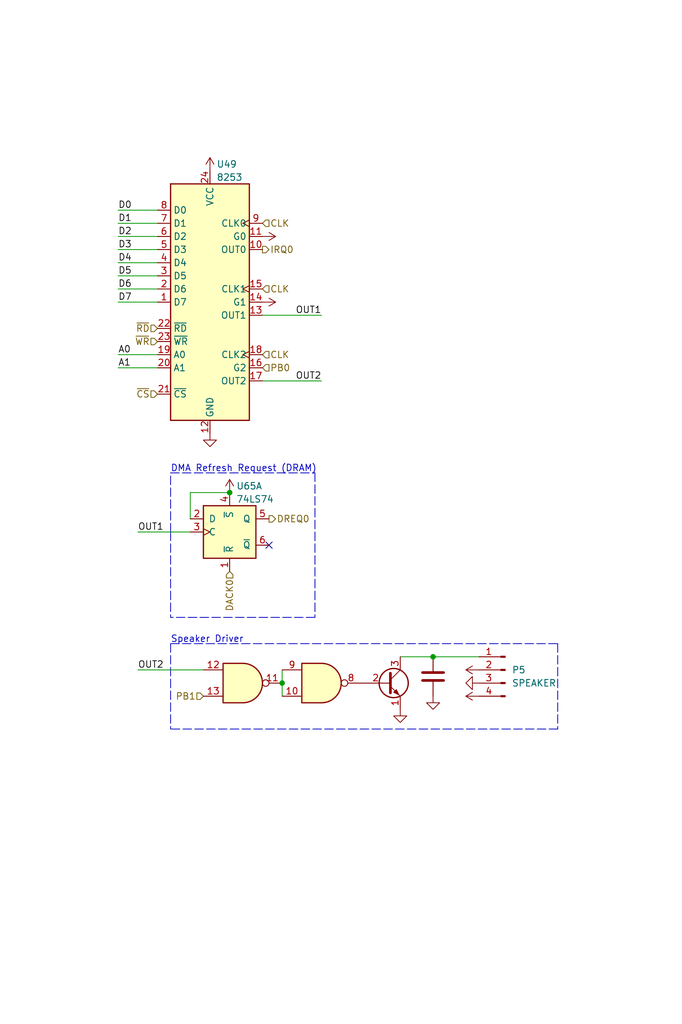
<source format=kicad_sch>
(kicad_sch (version 20211123) (generator eeschema)
  (paper "User" 132.004 197.993)
  (title_block (title "8253 Timer"))
  (lib_symbols
    (symbol "74xx:74LS00" (pin_names (offset 1.016))
      (property "Reference" "U" (at 0 1.27 0))
      (property "Value" "74LS00" (at 0 -1.27 0))
      (symbol "74LS00_1_1"
        (arc (start 0 -3.81) (mid 3.81 0) (end 0 3.81) (stroke (width 0.254)) (fill (type background)))
        (polyline (pts (xy 0 3.81) (xy -3.81 3.81) (xy -3.81 -3.81) (xy 0 -3.81)) (stroke (width 0.254)) (fill (type background)))
        (pin input line (at -7.62 2.54 0) (length 3.81) (name "~") (number "1"))
        (pin input line (at -7.62 -2.54 0) (length 3.81) (name "~") (number "2"))
        (pin output inverted (at 7.62 0 180) (length 3.81) (name "~") (number "3"))
      )
      (symbol "74LS00_1_2"
        (arc (start -3.81 -3.81) (mid -2.589 0) (end -3.81 3.81) (stroke (width 0.254)))
        (arc (start -0.6096 -3.81) (mid 2.1842 -2.5851) (end 3.81 0) (stroke (width 0.254)) (fill (type background)))
        (polyline (pts (xy -3.81 -3.81) (xy -0.635 -3.81)) (stroke (width 0.254)) (fill (type background)))
        (polyline (pts (xy -3.81 3.81) (xy -0.635 3.81)) (stroke (width 0.254)) (fill (type background)))
        (polyline (pts (xy -0.635 3.81) (xy -3.81 3.81) (xy -3.81 3.81) (xy -3.556 3.4036) (xy -3.0226 2.2606) (xy -2.6924 1.0414) (xy -2.6162 -0.254) (xy -2.7686 -1.4986) (xy -3.175 -2.7178) (xy -3.81 -3.81) (xy -3.81 -3.81) (xy -0.635 -3.81)) (stroke (width -25.4)) (fill (type background)))
        (arc (start 3.81 0) (mid 2.1915 2.5936) (end -0.6096 3.81) (stroke (width 0.254)) (fill (type background)))
        (pin input inverted (at -7.62 2.54 0) (length 4.318) (name "~") (number "1"))
        (pin input inverted (at -7.62 -2.54 0) (length 4.318) (name "~") (number "2"))
        (pin output line (at 7.62 0 180) (length 3.81) (name "~") (number "3"))
      )
      (symbol "74LS00_2_1"
        (arc (start 0 -3.81) (mid 3.81 0) (end 0 3.81) (stroke (width 0.254)) (fill (type background)))
        (polyline (pts (xy 0 3.81) (xy -3.81 3.81) (xy -3.81 -3.81) (xy 0 -3.81)) (stroke (width 0.254)) (fill (type background)))
        (pin input line (at -7.62 2.54 0) (length 3.81) (name "~") (number "4"))
        (pin input line (at -7.62 -2.54 0) (length 3.81) (name "~") (number "5"))
        (pin output inverted (at 7.62 0 180) (length 3.81) (name "~") (number "6"))
      )
      (symbol "74LS00_2_2"
        (arc (start -3.81 -3.81) (mid -2.589 0) (end -3.81 3.81) (stroke (width 0.254)))
        (arc (start -0.6096 -3.81) (mid 2.1842 -2.5851) (end 3.81 0) (stroke (width 0.254)) (fill (type background)))
        (polyline (pts (xy -3.81 -3.81) (xy -0.635 -3.81)) (stroke (width 0.254)) (fill (type background)))
        (polyline (pts (xy -3.81 3.81) (xy -0.635 3.81)) (stroke (width 0.254)) (fill (type background)))
        (polyline (pts (xy -0.635 3.81) (xy -3.81 3.81) (xy -3.81 3.81) (xy -3.556 3.4036) (xy -3.0226 2.2606) (xy -2.6924 1.0414) (xy -2.6162 -0.254) (xy -2.7686 -1.4986) (xy -3.175 -2.7178) (xy -3.81 -3.81) (xy -3.81 -3.81) (xy -0.635 -3.81)) (stroke (width -25.4)) (fill (type background)))
        (arc (start 3.81 0) (mid 2.1915 2.5936) (end -0.6096 3.81) (stroke (width 0.254)) (fill (type background)))
        (pin input inverted (at -7.62 2.54 0) (length 4.318) (name "~") (number "4"))
        (pin input inverted (at -7.62 -2.54 0) (length 4.318) (name "~") (number "5"))
        (pin output line (at 7.62 0 180) (length 3.81) (name "~") (number "6"))
      )
      (symbol "74LS00_3_1"
        (arc (start 0 -3.81) (mid 3.81 0) (end 0 3.81) (stroke (width 0.254)) (fill (type background)))
        (polyline (pts (xy 0 3.81) (xy -3.81 3.81) (xy -3.81 -3.81) (xy 0 -3.81)) (stroke (width 0.254)) (fill (type background)))
        (pin input line (at -7.62 -2.54 0) (length 3.81) (name "~") (number "10"))
        (pin output inverted (at 7.62 0 180) (length 3.81) (name "~") (number "8"))
        (pin input line (at -7.62 2.54 0) (length 3.81) (name "~") (number "9"))
      )
      (symbol "74LS00_3_2"
        (arc (start -3.81 -3.81) (mid -2.589 0) (end -3.81 3.81) (stroke (width 0.254)))
        (arc (start -0.6096 -3.81) (mid 2.1842 -2.5851) (end 3.81 0) (stroke (width 0.254)) (fill (type background)))
        (polyline (pts (xy -3.81 -3.81) (xy -0.635 -3.81)) (stroke (width 0.254)) (fill (type background)))
        (polyline (pts (xy -3.81 3.81) (xy -0.635 3.81)) (stroke (width 0.254)) (fill (type background)))
        (polyline (pts (xy -0.635 3.81) (xy -3.81 3.81) (xy -3.81 3.81) (xy -3.556 3.4036) (xy -3.0226 2.2606) (xy -2.6924 1.0414) (xy -2.6162 -0.254) (xy -2.7686 -1.4986) (xy -3.175 -2.7178) (xy -3.81 -3.81) (xy -3.81 -3.81) (xy -0.635 -3.81)) (stroke (width -25.4)) (fill (type background)))
        (arc (start 3.81 0) (mid 2.1915 2.5936) (end -0.6096 3.81) (stroke (width 0.254)) (fill (type background)))
        (pin input inverted (at -7.62 -2.54 0) (length 4.318) (name "~") (number "10"))
        (pin output line (at 7.62 0 180) (length 3.81) (name "~") (number "8"))
        (pin input inverted (at -7.62 2.54 0) (length 4.318) (name "~") (number "9"))
      )
      (symbol "74LS00_4_1"
        (arc (start 0 -3.81) (mid 3.81 0) (end 0 3.81) (stroke (width 0.254)) (fill (type background)))
        (polyline (pts (xy 0 3.81) (xy -3.81 3.81) (xy -3.81 -3.81) (xy 0 -3.81)) (stroke (width 0.254)) (fill (type background)))
        (pin output inverted (at 7.62 0 180) (length 3.81) (name "~") (number "11"))
        (pin input line (at -7.62 2.54 0) (length 3.81) (name "~") (number "12"))
        (pin input line (at -7.62 -2.54 0) (length 3.81) (name "~") (number "13"))
      )
      (symbol "74LS00_4_2"
        (arc (start -3.81 -3.81) (mid -2.589 0) (end -3.81 3.81) (stroke (width 0.254)))
        (arc (start -0.6096 -3.81) (mid 2.1842 -2.5851) (end 3.81 0) (stroke (width 0.254)) (fill (type background)))
        (polyline (pts (xy -3.81 -3.81) (xy -0.635 -3.81)) (stroke (width 0.254)) (fill (type background)))
        (polyline (pts (xy -3.81 3.81) (xy -0.635 3.81)) (stroke (width 0.254)) (fill (type background)))
        (polyline (pts (xy -0.635 3.81) (xy -3.81 3.81) (xy -3.81 3.81) (xy -3.556 3.4036) (xy -3.0226 2.2606) (xy -2.6924 1.0414) (xy -2.6162 -0.254) (xy -2.7686 -1.4986) (xy -3.175 -2.7178) (xy -3.81 -3.81) (xy -3.81 -3.81) (xy -0.635 -3.81)) (stroke (width -25.4)) (fill (type background)))
        (arc (start 3.81 0) (mid 2.1915 2.5936) (end -0.6096 3.81) (stroke (width 0.254)) (fill (type background)))
        (pin output line (at 7.62 0 180) (length 3.81) (name "~") (number "11"))
        (pin input inverted (at -7.62 2.54 0) (length 4.318) (name "~") (number "12"))
        (pin input inverted (at -7.62 -2.54 0) (length 4.318) (name "~") (number "13"))
      )
      (symbol "74LS00_5_0"
        (pin power_in line (at 0 12.7 270) (length 5.08) (name "VCC") (number "14"))
        (pin power_in line (at 0 -12.7 90) (length 5.08) (name "GND") (number "7"))
      )
      (symbol "74LS00_5_1"
        (rectangle (start -5.08 7.62) (end 5.08 -7.62) (stroke (width 0.254)) (fill (type background)))
      )
    )
    (symbol "74xx:74LS74" (pin_names (offset 1.016))
      (property "Reference" "U" (at -7.62 8.89 0))
      (property "Value" "74LS74" (at -7.62 -8.89 0))
      (symbol "74LS74_1_0"
        (pin input line (at 0 -7.62 90) (length 2.54) (name "~{R}") (number "1"))
        (pin input line (at -7.62 2.54 0) (length 2.54) (name "D") (number "2"))
        (pin input clock (at -7.62 0 0) (length 2.54) (name "C") (number "3"))
        (pin input line (at 0 7.62 270) (length 2.54) (name "~{S}") (number "4"))
        (pin output line (at 7.62 2.54 180) (length 2.54) (name "Q") (number "5"))
        (pin output line (at 7.62 -2.54 180) (length 2.54) (name "~{Q}") (number "6"))
      )
      (symbol "74LS74_1_1"
        (rectangle (start -5.08 5.08) (end 5.08 -5.08) (stroke (width 0.254)) (fill (type background)))
      )
      (symbol "74LS74_2_0"
        (pin input line (at 0 7.62 270) (length 2.54) (name "~{S}") (number "10"))
        (pin input clock (at -7.62 0 0) (length 2.54) (name "C") (number "11"))
        (pin input line (at -7.62 2.54 0) (length 2.54) (name "D") (number "12"))
        (pin input line (at 0 -7.62 90) (length 2.54) (name "~{R}") (number "13"))
        (pin output line (at 7.62 -2.54 180) (length 2.54) (name "~{Q}") (number "8"))
        (pin output line (at 7.62 2.54 180) (length 2.54) (name "Q") (number "9"))
      )
      (symbol "74LS74_2_1"
        (rectangle (start -5.08 5.08) (end 5.08 -5.08) (stroke (width 0.254)) (fill (type background)))
      )
      (symbol "74LS74_3_0"
        (pin power_in line (at 0 10.16 270) (length 2.54) (name "VCC") (number "14"))
        (pin power_in line (at 0 -10.16 90) (length 2.54) (name "GND") (number "7"))
      )
      (symbol "74LS74_3_1"
        (rectangle (start -5.08 7.62) (end 5.08 -7.62) (stroke (width 0.254)) (fill (type background)))
      )
    )
    (symbol "Connector:Conn_01x04_Male" (pin_names (offset 1.016) hide)
      (property "Reference" "J" (at 0 5.08 0))
      (property "Value" "Conn_01x04_Male" (at 0 -7.62 0))
      (symbol "Conn_01x04_Male_1_1"
        (polyline (pts (xy 1.27 -5.08) (xy 0.8636 -5.08)) (stroke (width 0.1524)))
        (polyline (pts (xy 1.27 -2.54) (xy 0.8636 -2.54)) (stroke (width 0.1524)))
        (polyline (pts (xy 1.27 0) (xy 0.8636 0)) (stroke (width 0.1524)))
        (polyline (pts (xy 1.27 2.54) (xy 0.8636 2.54)) (stroke (width 0.1524)))
        (rectangle (start 0.8636 -4.953) (end 0 -5.207) (stroke (width 0.1524)) (fill (type outline)))
        (rectangle (start 0.8636 -2.413) (end 0 -2.667) (stroke (width 0.1524)) (fill (type outline)))
        (rectangle (start 0.8636 0.127) (end 0 -0.127) (stroke (width 0.1524)) (fill (type outline)))
        (rectangle (start 0.8636 2.667) (end 0 2.413) (stroke (width 0.1524)) (fill (type outline)))
        (pin passive line (at 5.08 2.54 180) (length 3.81) (name "Pin_1") (number "1"))
        (pin passive line (at 5.08 0 180) (length 3.81) (name "Pin_2") (number "2"))
        (pin passive line (at 5.08 -2.54 180) (length 3.81) (name "Pin_3") (number "3"))
        (pin passive line (at 5.08 -5.08 180) (length 3.81) (name "Pin_4") (number "4"))
      )
    )
    (symbol "Device:C" (pin_numbers hide) (pin_names (offset 0.254))
      (property "Reference" "C" (at 0.635 2.54 0))
      (property "Value" "C" (at 0.635 -2.54 0))
      (symbol "C_0_1"
        (polyline (pts (xy -2.032 -0.762) (xy 2.032 -0.762)) (stroke (width 0.508)))
        (polyline (pts (xy -2.032 0.762) (xy 2.032 0.762)) (stroke (width 0.508)))
      )
      (symbol "C_1_1"
        (pin passive line (at 0 3.81 270) (length 2.794) (name "~") (number "1"))
        (pin passive line (at 0 -3.81 90) (length 2.794) (name "~") (number "2"))
      )
    )
    (symbol "Device:Q_NPN_EBC" (pin_names (offset 0) hide)
      (property "Reference" "Q" (at 5.08 1.27 0))
      (property "Value" "Q_NPN_EBC" (at 5.08 -1.27 0))
      (symbol "Q_NPN_EBC_0_1"
        (polyline (pts (xy 0.635 0.635) (xy 2.54 2.54)))
        (polyline (pts (xy 0.635 -0.635) (xy 2.54 -2.54) (xy 2.54 -2.54)))
        (polyline (pts (xy 0.635 1.905) (xy 0.635 -1.905) (xy 0.635 -1.905)) (stroke (width 0.508)))
        (polyline (pts (xy 1.27 -1.778) (xy 1.778 -1.27) (xy 2.286 -2.286) (xy 1.27 -1.778) (xy 1.27 -1.778)) (fill (type outline)))
        (circle (center 1.27 0) (radius 2.8194) (stroke (width 0.254)))
      )
      (symbol "Q_NPN_EBC_1_1"
        (pin passive line (at 2.54 -5.08 90) (length 2.54) (name "E") (number "1"))
        (pin passive line (at -5.08 0 0) (length 5.715) (name "B") (number "2"))
        (pin passive line (at 2.54 5.08 270) (length 2.54) (name "C") (number "3"))
      )
    )
    (symbol "Timer:8253"
      (property "Reference" "U" (at -5.08 24.13 0))
      (property "Value" "8253" (at 2.54 24.13 0))
      (symbol "8253_0_1"
        (rectangle (start -7.62 -22.86) (end 7.62 22.86) (stroke (width 0.254)) (fill (type background)))
      )
      (symbol "8253_1_1"
        (pin bidirectional line (at -10.16 0 0) (length 2.54) (name "D7") (number "1"))
        (pin output line (at 10.16 10.16 180) (length 2.54) (name "OUT0") (number "10"))
        (pin input line (at 10.16 12.7 180) (length 2.54) (name "G0") (number "11"))
        (pin power_in line (at 0 -25.4 90) (length 2.54) (name "GND") (number "12"))
        (pin output line (at 10.16 -2.54 180) (length 2.54) (name "OUT1") (number "13"))
        (pin input line (at 10.16 0 180) (length 2.54) (name "G1") (number "14"))
        (pin input clock (at 10.16 2.54 180) (length 2.54) (name "CLK1") (number "15"))
        (pin input line (at 10.16 -12.7 180) (length 2.54) (name "G2") (number "16"))
        (pin output line (at 10.16 -15.24 180) (length 2.54) (name "OUT2") (number "17"))
        (pin input clock (at 10.16 -10.16 180) (length 2.54) (name "CLK2") (number "18"))
        (pin input line (at -10.16 -10.16 0) (length 2.54) (name "A0") (number "19"))
        (pin bidirectional line (at -10.16 2.54 0) (length 2.54) (name "D6") (number "2"))
        (pin input line (at -10.16 -12.7 0) (length 2.54) (name "A1") (number "20"))
        (pin input line (at -10.16 -17.78 0) (length 2.54) (name "~{CS}") (number "21"))
        (pin input line (at -10.16 -5.08 0) (length 2.54) (name "~{RD}") (number "22"))
        (pin input line (at -10.16 -7.62 0) (length 2.54) (name "~{WR}") (number "23"))
        (pin power_in line (at 0 25.4 270) (length 2.54) (name "VCC") (number "24"))
        (pin bidirectional line (at -10.16 5.08 0) (length 2.54) (name "D5") (number "3"))
        (pin bidirectional line (at -10.16 7.62 0) (length 2.54) (name "D4") (number "4"))
        (pin bidirectional line (at -10.16 10.16 0) (length 2.54) (name "D3") (number "5"))
        (pin bidirectional line (at -10.16 12.7 0) (length 2.54) (name "D2") (number "6"))
        (pin bidirectional line (at -10.16 15.24 0) (length 2.54) (name "D1") (number "7"))
        (pin bidirectional line (at -10.16 17.78 0) (length 2.54) (name "D0") (number "8"))
        (pin input clock (at 10.16 15.24 180) (length 2.54) (name "CLK0") (number "9"))
      )
    )
    (symbol "power:GND" (power) (pin_names (offset 0))
      (property "Value" "GND" (at 0 -3.81 0))
      (symbol "GND_0_1"
        (polyline (pts (xy 0 0) (xy 0 -1.27) (xy 1.27 -1.27) (xy 0 -2.54) (xy -1.27 -1.27) (xy 0 -1.27)))
      )
      (symbol "GND_1_1"
        (pin power_in line (at 0 0 270) (length 0) hide (name "GND") (number "1"))
      )
    )
    (symbol "power:VCC" (power) (pin_names (offset 0))
      (property "Value" "VCC" (at 0 3.81 0))
      (symbol "VCC_0_1"
        (polyline (pts (xy -0.762 1.27) (xy 0 2.54)))
        (polyline (pts (xy 0 0) (xy 0 2.54)))
        (polyline (pts (xy 0 2.54) (xy 0.762 1.27)))
      )
      (symbol "VCC_1_1"
        (pin power_in line (at 0 0 90) (length 0) hide (name "VCC") (number "1"))
      )
    )
  )
  (junction (at 54.61 132.08))
  (junction (at 44.45 95.25))
  (junction (at 83.82 127))
  (no_connect (at 52.07 105.41))
  (wire (pts (xy 22.86 45.72) (xy 30.48 45.72)))
  (polyline (pts (xy 33.02 124.46) (xy 33.02 140.97)))
  (wire (pts (xy 22.86 50.8) (xy 30.48 50.8)))
  (polyline (pts (xy 33.02 124.46) (xy 107.95 124.46)))
  (wire (pts (xy 22.86 48.26) (xy 30.48 48.26)))
  (polyline (pts (xy 107.95 124.46) (xy 107.95 140.97)))
  (wire (pts (xy 22.86 40.64) (xy 30.48 40.64)))
  (wire (pts (xy 77.47 127) (xy 83.82 127)))
  (wire (pts (xy 54.61 129.54) (xy 54.61 132.08)))
  (wire (pts (xy 50.8 73.66) (xy 62.23 73.66)))
  (polyline (pts (xy 33.02 91.44) (xy 60.96 91.44)))
  (wire (pts (xy 36.83 100.33) (xy 36.83 95.25)))
  (wire (pts (xy 22.86 71.12) (xy 30.48 71.12)))
  (wire (pts (xy 22.86 68.58) (xy 30.48 68.58)))
  (wire (pts (xy 22.86 58.42) (xy 30.48 58.42)))
  (polyline (pts (xy 60.96 119.38) (xy 33.02 119.38)))
  (wire (pts (xy 39.37 129.54) (xy 26.67 129.54)))
  (polyline (pts (xy 33.02 102.87) (xy 33.02 91.44)))
  (wire (pts (xy 22.86 55.88) (xy 30.48 55.88)))
  (polyline (pts (xy 107.95 140.97) (xy 33.02 140.97)))
  (wire (pts (xy 22.86 53.34) (xy 30.48 53.34)))
  (wire (pts (xy 26.67 102.87) (xy 36.83 102.87)))
  (wire (pts (xy 54.61 132.08) (xy 54.61 134.62)))
  (wire (pts (xy 36.83 95.25) (xy 44.45 95.25)))
  (wire (pts (xy 50.8 60.96) (xy 62.23 60.96)))
  (polyline (pts (xy 33.02 102.87) (xy 33.02 119.38)))
  (wire (pts (xy 22.86 43.18) (xy 30.48 43.18)))
  (polyline (pts (xy 60.96 91.44) (xy 60.96 119.38)))
  (wire (pts (xy 83.82 127) (xy 92.71 127)))
  (text "DMA Refresh Request (DRAM)" (at 33.02 91.44 0) (effects (font (size 1.27 1.27)) (justify left bottom)))
  (text "Speaker Driver" (at 33.02 124.46 0) (effects (font (size 1.27 1.27)) (justify left bottom)))
  (label "D6" (at 22.86 55.88 0))
  (label "D1" (at 22.86 43.18 0))
  (label "A1" (at 22.86 71.12 0))
  (label "OUT2" (at 62.23 73.66 180))
  (label "D0" (at 22.86 40.64 0))
  (label "D2" (at 22.86 45.72 0))
  (label "D5" (at 22.86 53.34 0))
  (label "A0" (at 22.86 68.58 0))
  (label "D7" (at 22.86 58.42 0))
  (label "OUT2" (at 26.67 129.54 0))
  (label "D4" (at 22.86 50.8 0))
  (label "OUT1" (at 62.23 60.96 180))
  (label "D3" (at 22.86 48.26 0))
  (label "OUT1" (at 26.67 102.87 0))
  (hierarchical_label "~{WR}" (shape input) (at 30.48 66.04 180))
  (hierarchical_label "PB0" (shape input) (at 50.8 71.12 0))
  (hierarchical_label "~{RD}" (shape input) (at 30.48 63.5 180))
  (hierarchical_label "CLK" (shape input) (at 50.8 55.88 0))
  (hierarchical_label "CLK" (shape input) (at 50.8 68.58 0))
  (hierarchical_label "IRQ0" (shape output) (at 50.8 48.26 0))
  (hierarchical_label "D[0..7]" (shape bidirectional) (at 20.32 224.79 180))
  (hierarchical_label "DACK0" (shape input) (at 44.45 110.49 270))
  (hierarchical_label "DREQ0" (shape output) (at 52.07 100.33 0))
  (hierarchical_label "CLK" (shape input) (at 50.8 43.18 0))
  (hierarchical_label "A[0..1]" (shape input) (at 20.32 222.25 180))
  (hierarchical_label "~{CS}" (shape input) (at 30.48 76.2 180))
  (hierarchical_label "PB1" (shape input) (at 39.37 134.62 180))
  (symbol (lib_id "74xx:74LS00") (at 62.23 132.08 0) (unit 3)
    (property "Reference" "U85" (effects hide))
    (property "Value" "74LS00" (effects hide))
    (property "Datasheet" "http://www.ti.com/lit/gpn/sn74ls00" (effects hide))
  )
  (symbol (lib_id "power:VCC") (at 50.8 58.42 270) (unit 1)
    (property "Reference" "#PWR0156" (effects hide))
    (property "Value" "VCC" (effects hide))
  )
  (symbol (lib_id "power:GND") (at 77.47 137.16 0) (unit 1)
    (property "Reference" "#PWR0339" (effects hide))
    (property "Value" "GND" (effects hide))
  )
  (symbol (lib_id "power:VCC") (at 50.8 45.72 270) (unit 1)
    (property "Reference" "#PWR0158" (effects hide))
    (property "Value" "VCC" (effects hide))
  )
  (symbol (lib_id "power:GND") (at 40.64 83.82 0) (unit 1)
    (property "Reference" "#PWR0159" (effects hide))
    (property "Value" "GND" (effects hide))
  )
  (symbol (lib_id "power:GND") (at 83.82 134.62 0) (unit 1)
    (property "Reference" "#PWR0338" (effects hide))
    (property "Value" "GND" (effects hide))
  )
  (symbol (lib_id "Device:C") (at 83.82 130.81 0) (unit 1)
    (property "Reference" "C19" (effects hide))
    (property "Value" "100nF" (effects hide))
  )
  (symbol (lib_id "74xx:74LS00") (at 46.99 132.08 0) (unit 4)
    (property "Reference" "U85" (effects hide))
    (property "Value" "74LS00" (effects hide))
    (property "Datasheet" "http://www.ti.com/lit/gpn/sn74ls00" (effects hide))
  )
  (symbol (lib_id "Timer:8253") (at 40.64 58.42 0) (unit 1)
    (property "Reference" "U49" (at 41.91 31.75 0) (effects (justify left)))
    (property "Value" "8253" (at 41.91 34.29 0) (effects (justify left)))
    (property "Footprint" "Package_DIP:DIP-24_W15.24mm" (effects hide))
    (property "Datasheet" "http://www.cpcwiki.eu/imgs/e/e3/8253.pdf" (effects hide))
  )
  (symbol (lib_id "Device:Q_NPN_EBC") (at 74.93 132.08 0) (unit 1)
    (property "Reference" "Q?" (effects hide))
    (property "Value" "Q_NPN_EBC" (effects hide))
  )
  (symbol (lib_id "power:VCC") (at 92.71 134.62 90) (unit 1)
    (property "Reference" "#PWR0341" (effects hide))
    (property "Value" "VCC" (effects hide))
  )
  (symbol (lib_id "power:GND") (at 92.71 132.08 270) (unit 1)
    (property "Reference" "#PWR0340" (effects hide))
    (property "Value" "GND" (effects hide))
  )
  (symbol (lib_id "Connector:Conn_01x04_Male") (at 97.79 129.54 0) (mirror y) (unit 1)
    (property "Reference" "P5" (at 99.06 129.5399 0) (effects (justify right)))
    (property "Value" "SPEAKER" (at 99.06 132.0799 0) (effects (justify right)))
  )
  (symbol (lib_id "power:VCC") (at 44.45 95.25 0) (unit 1)
    (property "Reference" "#PWR0141" (effects hide))
    (property "Value" "VCC" (effects hide))
  )
  (symbol (lib_id "74xx:74LS74") (at 44.45 102.87 0) (unit 1)
    (property "Reference" "U65" (at 45.72 93.98 0) (effects (justify left)))
    (property "Value" "74LS74" (at 45.72 96.52 0) (effects (justify left)))
    (property "Datasheet" "74xx/74hc_hct74.pdf" (effects hide))
  )
  (symbol (lib_id "power:VCC") (at 92.71 129.54 90) (unit 1)
    (property "Reference" "#PWR0342" (effects hide))
    (property "Value" "VCC" (effects hide))
  )
  (symbol (lib_id "power:VCC") (at 40.64 33.02 0) (unit 1)
    (property "Reference" "#PWR0157" (effects hide))
    (property "Value" "VCC" (effects hide))
  )
)
</source>
